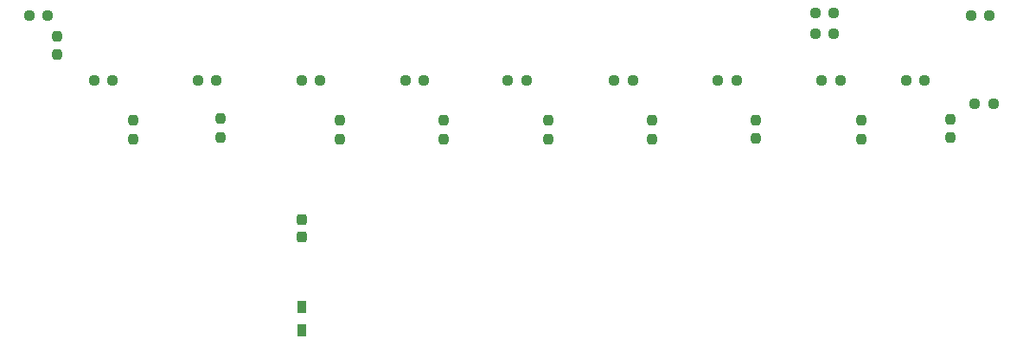
<source format=gbr>
%TF.GenerationSoftware,KiCad,Pcbnew,8.0.5*%
%TF.CreationDate,2024-09-27T22:13:58+09:00*%
%TF.ProjectId,_____,e9a4f3fa-7f2e-46b6-9963-61645f706362,rev?*%
%TF.SameCoordinates,Original*%
%TF.FileFunction,Paste,Top*%
%TF.FilePolarity,Positive*%
%FSLAX46Y46*%
G04 Gerber Fmt 4.6, Leading zero omitted, Abs format (unit mm)*
G04 Created by KiCad (PCBNEW 8.0.5) date 2024-09-27 22:13:58*
%MOMM*%
%LPD*%
G01*
G04 APERTURE LIST*
G04 Aperture macros list*
%AMRoundRect*
0 Rectangle with rounded corners*
0 $1 Rounding radius*
0 $2 $3 $4 $5 $6 $7 $8 $9 X,Y pos of 4 corners*
0 Add a 4 corners polygon primitive as box body*
4,1,4,$2,$3,$4,$5,$6,$7,$8,$9,$2,$3,0*
0 Add four circle primitives for the rounded corners*
1,1,$1+$1,$2,$3*
1,1,$1+$1,$4,$5*
1,1,$1+$1,$6,$7*
1,1,$1+$1,$8,$9*
0 Add four rect primitives between the rounded corners*
20,1,$1+$1,$2,$3,$4,$5,0*
20,1,$1+$1,$4,$5,$6,$7,0*
20,1,$1+$1,$6,$7,$8,$9,0*
20,1,$1+$1,$8,$9,$2,$3,0*%
G04 Aperture macros list end*
%ADD10RoundRect,0.237500X-0.237500X0.250000X-0.237500X-0.250000X0.237500X-0.250000X0.237500X0.250000X0*%
%ADD11RoundRect,0.237500X-0.250000X-0.237500X0.250000X-0.237500X0.250000X0.237500X-0.250000X0.237500X0*%
%ADD12RoundRect,0.237500X0.237500X-0.300000X0.237500X0.300000X-0.237500X0.300000X-0.237500X-0.300000X0*%
%ADD13RoundRect,0.237500X0.250000X0.237500X-0.250000X0.237500X-0.250000X-0.237500X0.250000X-0.237500X0*%
%ADD14R,0.950000X1.200000*%
G04 APERTURE END LIST*
D10*
%TO.C,R5*%
X133440886Y-88238500D03*
X133440886Y-90063500D03*
%TD*%
D11*
%TO.C,R14*%
X90110386Y-84452000D03*
X91935386Y-84452000D03*
%TD*%
%TO.C,R16*%
X80077386Y-84452000D03*
X81902386Y-84452000D03*
%TD*%
%TO.C,R4*%
X135830386Y-86738000D03*
X137655386Y-86738000D03*
%TD*%
D10*
%TO.C,R17*%
X73623886Y-88365500D03*
X73623886Y-90190500D03*
%TD*%
D12*
%TO.C,C2*%
X69940886Y-99792500D03*
X69940886Y-98067500D03*
%TD*%
D10*
%TO.C,R11*%
X104230886Y-88365500D03*
X104230886Y-90190500D03*
%TD*%
%TO.C,R19*%
X61939886Y-88215000D03*
X61939886Y-90040000D03*
%TD*%
%TO.C,R23*%
X45937886Y-80110500D03*
X45937886Y-81935500D03*
%TD*%
%TO.C,R21*%
X53430886Y-88365500D03*
X53430886Y-90190500D03*
%TD*%
D11*
%TO.C,R12*%
X100524386Y-84452000D03*
X102349386Y-84452000D03*
%TD*%
%TO.C,R10*%
X110684386Y-84452000D03*
X112509386Y-84452000D03*
%TD*%
D10*
%TO.C,R15*%
X83783886Y-88365500D03*
X83783886Y-90190500D03*
%TD*%
D11*
%TO.C,R2*%
X120185886Y-79880000D03*
X122010886Y-79880000D03*
%TD*%
%TO.C,R24*%
X43247386Y-78102000D03*
X45072386Y-78102000D03*
%TD*%
D10*
%TO.C,R13*%
X94070886Y-88365500D03*
X94070886Y-90190500D03*
%TD*%
D11*
%TO.C,R8*%
X120820886Y-84452000D03*
X122645886Y-84452000D03*
%TD*%
D13*
%TO.C,R6*%
X130924386Y-84452000D03*
X129099386Y-84452000D03*
%TD*%
D11*
%TO.C,R22*%
X49597386Y-84452000D03*
X51422386Y-84452000D03*
%TD*%
D14*
%TO.C,FB1*%
X69940886Y-108970000D03*
X69940886Y-106670000D03*
%TD*%
D10*
%TO.C,R9*%
X114390886Y-88342000D03*
X114390886Y-90167000D03*
%TD*%
D11*
%TO.C,R1*%
X120185886Y-77848000D03*
X122010886Y-77848000D03*
%TD*%
%TO.C,R20*%
X59757386Y-84452000D03*
X61582386Y-84452000D03*
%TD*%
%TO.C,R18*%
X69917386Y-84452000D03*
X71742386Y-84452000D03*
%TD*%
D13*
%TO.C,R3*%
X137274386Y-78102000D03*
X135449386Y-78102000D03*
%TD*%
D10*
%TO.C,R7*%
X124677886Y-88365500D03*
X124677886Y-90190500D03*
%TD*%
M02*

</source>
